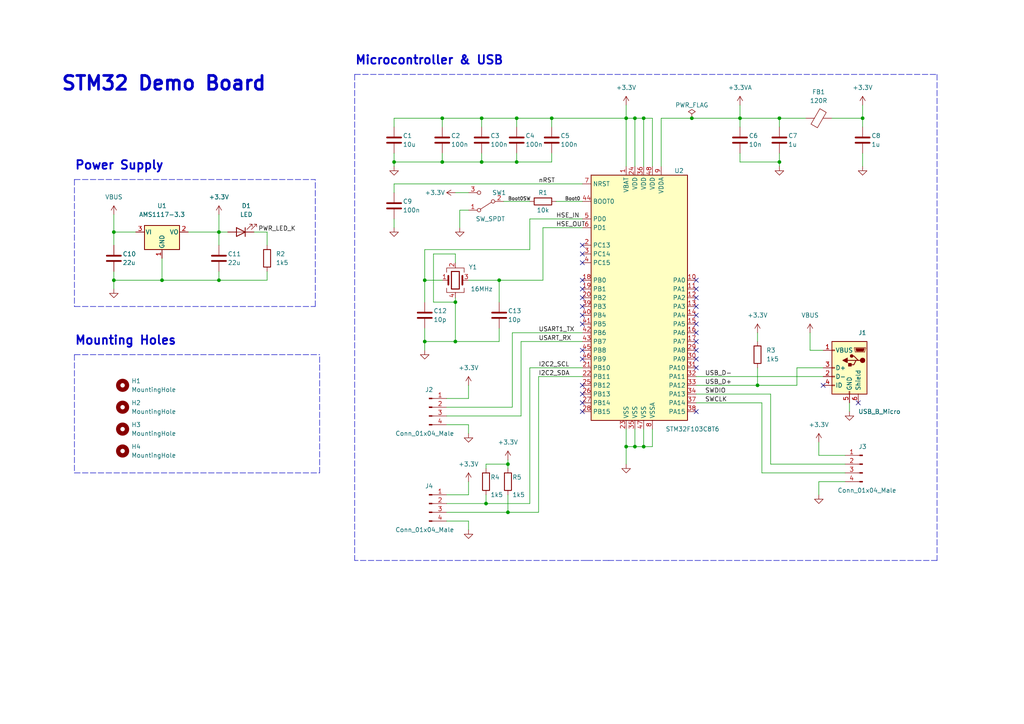
<source format=kicad_sch>
(kicad_sch (version 20211123) (generator eeschema)
  (paper "A4")
  (title_block (title "KiCAD v6 STM32 Tutorial (Phil's Lab)") (date "2022-12-08") (rev "0.1"))
  (lib_symbols
    (symbol "Connector:Conn_01x04_Male" (pin_names (offset 1.016) hide)
      (property "Reference" "J" (at 0 5.08 0))
      (property "Value" "Conn_01x04_Male" (at 0 -7.62 0))
      (symbol "Conn_01x04_Male_1_1"
        (polyline (pts (xy 1.27 -5.08) (xy 0.8636 -5.08)) (stroke (width 0.1524)))
        (polyline (pts (xy 1.27 -2.54) (xy 0.8636 -2.54)) (stroke (width 0.1524)))
        (polyline (pts (xy 1.27 0) (xy 0.8636 0)) (stroke (width 0.1524)))
        (polyline (pts (xy 1.27 2.54) (xy 0.8636 2.54)) (stroke (width 0.1524)))
        (rectangle (start 0.8636 -4.953) (end 0 -5.207) (stroke (width 0.1524)) (fill (type outline)))
        (rectangle (start 0.8636 -2.413) (end 0 -2.667) (stroke (width 0.1524)) (fill (type outline)))
        (rectangle (start 0.8636 0.127) (end 0 -0.127) (stroke (width 0.1524)) (fill (type outline)))
        (rectangle (start 0.8636 2.667) (end 0 2.413) (stroke (width 0.1524)) (fill (type outline)))
        (pin passive line (at 5.08 2.54 180) (length 3.81) (name "Pin_1") (number "1"))
        (pin passive line (at 5.08 0 180) (length 3.81) (name "Pin_2") (number "2"))
        (pin passive line (at 5.08 -2.54 180) (length 3.81) (name "Pin_3") (number "3"))
        (pin passive line (at 5.08 -5.08 180) (length 3.81) (name "Pin_4") (number "4"))
      )
    )
    (symbol "Connector:USB_B_Micro" (pin_names (offset 1.016))
      (property "Reference" "J" (at -5.08 11.43 0))
      (property "Value" "USB_B_Micro" (at -5.08 8.89 0))
      (symbol "USB_B_Micro_0_1"
        (rectangle (start -5.08 -7.62) (end 5.08 7.62) (stroke (width 0.254)) (fill (type background)))
        (circle (center -3.81 2.159) (radius 0.635) (stroke (width 0.254)) (fill (type outline)))
        (circle (center -0.635 3.429) (radius 0.381) (stroke (width 0.254)) (fill (type outline)))
        (rectangle (start -0.127 -7.62) (end 0.127 -6.858))
        (polyline (pts (xy -1.905 2.159) (xy 0.635 2.159)) (stroke (width 0.254)))
        (polyline (pts (xy -3.175 2.159) (xy -2.54 2.159) (xy -1.27 3.429) (xy -0.635 3.429)) (stroke (width 0.254)))
        (polyline (pts (xy -2.54 2.159) (xy -1.905 2.159) (xy -1.27 0.889) (xy 0 0.889)) (stroke (width 0.254)))
        (polyline (pts (xy 0.635 2.794) (xy 0.635 1.524) (xy 1.905 2.159) (xy 0.635 2.794)) (stroke (width 0.254)) (fill (type outline)))
        (polyline (pts (xy -4.318 5.588) (xy -1.778 5.588) (xy -2.032 4.826) (xy -4.064 4.826) (xy -4.318 5.588)) (fill (type outline)))
        (polyline (pts (xy -4.699 5.842) (xy -4.699 5.588) (xy -4.445 4.826) (xy -4.445 4.572) (xy -1.651 4.572) (xy -1.651 4.826) (xy -1.397 5.588) (xy -1.397 5.842) (xy -4.699 5.842)))
        (rectangle (start 0.254 1.27) (end -0.508 0.508) (stroke (width 0.254)) (fill (type outline)))
        (rectangle (start 5.08 -5.207) (end 4.318 -4.953))
        (rectangle (start 5.08 -2.667) (end 4.318 -2.413))
        (rectangle (start 5.08 -0.127) (end 4.318 0.127))
        (rectangle (start 5.08 4.953) (end 4.318 5.207))
      )
      (symbol "USB_B_Micro_1_1"
        (pin power_out line (at 7.62 5.08 180) (length 2.54) (name "VBUS") (number "1"))
        (pin bidirectional line (at 7.62 -2.54 180) (length 2.54) (name "D-") (number "2"))
        (pin bidirectional line (at 7.62 0 180) (length 2.54) (name "D+") (number "3"))
        (pin passive line (at 7.62 -5.08 180) (length 2.54) (name "ID") (number "4"))
        (pin power_out line (at 0 -10.16 90) (length 2.54) (name "GND") (number "5"))
        (pin passive line (at -2.54 -10.16 90) (length 2.54) (name "Shield") (number "6"))
      )
    )
    (symbol "Device:C" (pin_numbers hide) (pin_names (offset 0.254))
      (property "Reference" "C" (at 0.635 2.54 0))
      (property "Value" "C" (at 0.635 -2.54 0))
      (symbol "C_0_1"
        (polyline (pts (xy -2.032 -0.762) (xy 2.032 -0.762)) (stroke (width 0.508)))
        (polyline (pts (xy -2.032 0.762) (xy 2.032 0.762)) (stroke (width 0.508)))
      )
      (symbol "C_1_1"
        (pin passive line (at 0 3.81 270) (length 2.794) (name "~") (number "1"))
        (pin passive line (at 0 -3.81 90) (length 2.794) (name "~") (number "2"))
      )
    )
    (symbol "Device:Crystal_GND24" (pin_names (offset 1.016) hide)
      (property "Reference" "Y" (at 3.175 5.08 0))
      (property "Value" "Crystal_GND24" (at 3.175 3.175 0))
      (symbol "Crystal_GND24_0_1"
        (rectangle (start -1.143 2.54) (end 1.143 -2.54) (stroke (width 0.3048)))
        (polyline (pts (xy -2.54 0) (xy -2.032 0)))
        (polyline (pts (xy -2.032 -1.27) (xy -2.032 1.27)) (stroke (width 0.508)))
        (polyline (pts (xy 0 -3.81) (xy 0 -3.556)))
        (polyline (pts (xy 0 3.556) (xy 0 3.81)))
        (polyline (pts (xy 2.032 -1.27) (xy 2.032 1.27)) (stroke (width 0.508)))
        (polyline (pts (xy 2.032 0) (xy 2.54 0)))
        (polyline (pts (xy -2.54 -2.286) (xy -2.54 -3.556) (xy 2.54 -3.556) (xy 2.54 -2.286)))
        (polyline (pts (xy -2.54 2.286) (xy -2.54 3.556) (xy 2.54 3.556) (xy 2.54 2.286)))
      )
      (symbol "Crystal_GND24_1_1"
        (pin passive line (at -3.81 0 0) (length 1.27) (name "1") (number "1"))
        (pin passive line (at 0 5.08 270) (length 1.27) (name "2") (number "2"))
        (pin passive line (at 3.81 0 180) (length 1.27) (name "3") (number "3"))
        (pin passive line (at 0 -5.08 90) (length 1.27) (name "4") (number "4"))
      )
    )
    (symbol "Device:FerriteBead" (pin_numbers hide) (pin_names (offset 0))
      (property "Reference" "FB" (at -3.81 0.635 90))
      (property "Value" "FerriteBead" (at 3.81 0 90))
      (symbol "FerriteBead_0_1"
        (polyline (pts (xy 0 -1.27) (xy 0 -1.2192)))
        (polyline (pts (xy 0 1.27) (xy 0 1.2954)))
        (polyline (pts (xy -2.7686 0.4064) (xy -1.7018 2.2606) (xy 2.7686 -0.3048) (xy 1.6764 -2.159) (xy -2.7686 0.4064)))
      )
      (symbol "FerriteBead_1_1"
        (pin passive line (at 0 3.81 270) (length 2.54) (name "~") (number "1"))
        (pin passive line (at 0 -3.81 90) (length 2.54) (name "~") (number "2"))
      )
    )
    (symbol "Device:LED" (pin_numbers hide) (pin_names (offset 1.016) hide)
      (property "Reference" "D" (at 0 2.54 0))
      (property "Value" "LED" (at 0 -2.54 0))
      (symbol "LED_0_1"
        (polyline (pts (xy -1.27 -1.27) (xy -1.27 1.27)) (stroke (width 0.254)))
        (polyline (pts (xy -1.27 0) (xy 1.27 0)))
        (polyline (pts (xy 1.27 -1.27) (xy 1.27 1.27) (xy -1.27 0) (xy 1.27 -1.27)) (stroke (width 0.254)))
        (polyline (pts (xy -3.048 -0.762) (xy -4.572 -2.286) (xy -3.81 -2.286) (xy -4.572 -2.286) (xy -4.572 -1.524)))
        (polyline (pts (xy -1.778 -0.762) (xy -3.302 -2.286) (xy -2.54 -2.286) (xy -3.302 -2.286) (xy -3.302 -1.524)))
      )
      (symbol "LED_1_1"
        (pin passive line (at -3.81 0 0) (length 2.54) (name "K") (number "1"))
        (pin passive line (at 3.81 0 180) (length 2.54) (name "A") (number "2"))
      )
    )
    (symbol "Device:R" (pin_numbers hide) (pin_names (offset 0))
      (property "Reference" "R" (at 2.032 0 90))
      (property "Value" "R" (at 0 0 90))
      (symbol "R_0_1"
        (rectangle (start -1.016 -2.54) (end 1.016 2.54) (stroke (width 0.254)))
      )
      (symbol "R_1_1"
        (pin passive line (at 0 3.81 270) (length 1.27) (name "~") (number "1"))
        (pin passive line (at 0 -3.81 90) (length 1.27) (name "~") (number "2"))
      )
    )
    (symbol "MCU_ST_STM32F1:STM32F103C8Tx"
      (property "Reference" "U" (at -15.24 36.83 0))
      (property "Value" "STM32F103C8Tx" (at 7.62 36.83 0))
      (symbol "STM32F103C8Tx_0_1"
        (rectangle (start -15.24 -35.56) (end 12.7 35.56) (stroke (width 0.254)) (fill (type background)))
      )
      (symbol "STM32F103C8Tx_1_1"
        (pin power_in line (at -5.08 38.1 270) (length 2.54) (name "VBAT") (number "1"))
        (pin bidirectional line (at 15.24 5.08 180) (length 2.54) (name "PA0") (number "10"))
        (pin bidirectional line (at 15.24 2.54 180) (length 2.54) (name "PA1") (number "11"))
        (pin bidirectional line (at 15.24 0 180) (length 2.54) (name "PA2") (number "12"))
        (pin bidirectional line (at 15.24 -2.54 180) (length 2.54) (name "PA3") (number "13"))
        (pin bidirectional line (at 15.24 -5.08 180) (length 2.54) (name "PA4") (number "14"))
        (pin bidirectional line (at 15.24 -7.62 180) (length 2.54) (name "PA5") (number "15"))
        (pin bidirectional line (at 15.24 -10.16 180) (length 2.54) (name "PA6") (number "16"))
        (pin bidirectional line (at 15.24 -12.7 180) (length 2.54) (name "PA7") (number "17"))
        (pin bidirectional line (at -17.78 5.08 0) (length 2.54) (name "PB0") (number "18"))
        (pin bidirectional line (at -17.78 2.54 0) (length 2.54) (name "PB1") (number "19"))
        (pin bidirectional line (at -17.78 15.24 0) (length 2.54) (name "PC13") (number "2"))
        (pin bidirectional line (at -17.78 0 0) (length 2.54) (name "PB2") (number "20"))
        (pin bidirectional line (at -17.78 -20.32 0) (length 2.54) (name "PB10") (number "21"))
        (pin bidirectional line (at -17.78 -22.86 0) (length 2.54) (name "PB11") (number "22"))
        (pin power_in line (at -5.08 -38.1 90) (length 2.54) (name "VSS") (number "23"))
        (pin power_in line (at -2.54 38.1 270) (length 2.54) (name "VDD") (number "24"))
        (pin bidirectional line (at -17.78 -25.4 0) (length 2.54) (name "PB12") (number "25"))
        (pin bidirectional line (at -17.78 -27.94 0) (length 2.54) (name "PB13") (number "26"))
        (pin bidirectional line (at -17.78 -30.48 0) (length 2.54) (name "PB14") (number "27"))
        (pin bidirectional line (at -17.78 -33.02 0) (length 2.54) (name "PB15") (number "28"))
        (pin bidirectional line (at 15.24 -15.24 180) (length 2.54) (name "PA8") (number "29"))
        (pin bidirectional line (at -17.78 12.7 0) (length 2.54) (name "PC14") (number "3"))
        (pin bidirectional line (at 15.24 -17.78 180) (length 2.54) (name "PA9") (number "30"))
        (pin bidirectional line (at 15.24 -20.32 180) (length 2.54) (name "PA10") (number "31"))
        (pin bidirectional line (at 15.24 -22.86 180) (length 2.54) (name "PA11") (number "32"))
        (pin bidirectional line (at 15.24 -25.4 180) (length 2.54) (name "PA12") (number "33"))
        (pin bidirectional line (at 15.24 -27.94 180) (length 2.54) (name "PA13") (number "34"))
        (pin power_in line (at -2.54 -38.1 90) (length 2.54) (name "VSS") (number "35"))
        (pin power_in line (at 0 38.1 270) (length 2.54) (name "VDD") (number "36"))
        (pin bidirectional line (at 15.24 -30.48 180) (length 2.54) (name "PA14") (number "37"))
        (pin bidirectional line (at 15.24 -33.02 180) (length 2.54) (name "PA15") (number "38"))
        (pin bidirectional line (at -17.78 -2.54 0) (length 2.54) (name "PB3") (number "39"))
        (pin bidirectional line (at -17.78 10.16 0) (length 2.54) (name "PC15") (number "4"))
        (pin bidirectional line (at -17.78 -5.08 0) (length 2.54) (name "PB4") (number "40"))
        (pin bidirectional line (at -17.78 -7.62 0) (length 2.54) (name "PB5") (number "41"))
        (pin bidirectional line (at -17.78 -10.16 0) (length 2.54) (name "PB6") (number "42"))
        (pin bidirectional line (at -17.78 -12.7 0) (length 2.54) (name "PB7") (number "43"))
        (pin input line (at -17.78 27.94 0) (length 2.54) (name "BOOT0") (number "44"))
        (pin bidirectional line (at -17.78 -15.24 0) (length 2.54) (name "PB8") (number "45"))
        (pin bidirectional line (at -17.78 -17.78 0) (length 2.54) (name "PB9") (number "46"))
        (pin power_in line (at 0 -38.1 90) (length 2.54) (name "VSS") (number "47"))
        (pin power_in line (at 2.54 38.1 270) (length 2.54) (name "VDD") (number "48"))
        (pin input line (at -17.78 22.86 0) (length 2.54) (name "PD0") (number "5"))
        (pin input line (at -17.78 20.32 0) (length 2.54) (name "PD1") (number "6"))
        (pin input line (at -17.78 33.02 0) (length 2.54) (name "NRST") (number "7"))
        (pin power_in line (at 2.54 -38.1 90) (length 2.54) (name "VSSA") (number "8"))
        (pin power_in line (at 5.08 38.1 270) (length 2.54) (name "VDDA") (number "9"))
      )
    )
    (symbol "Mechanical:MountingHole" (pin_names (offset 1.016))
      (property "Reference" "H" (at 0 5.08 0))
      (property "Value" "MountingHole" (at 0 3.175 0))
      (symbol "MountingHole_0_1"
        (circle (center 0 0) (radius 1.27) (stroke (width 1.27)))
      )
    )
    (symbol "Regulator_Linear:AMS1117-3.3" (pin_names (offset 0.254))
      (property "Reference" "U" (at -3.81 3.175 0))
      (property "Value" "AMS1117-3.3" (at 0 3.175 0))
      (symbol "AMS1117-3.3_0_1"
        (rectangle (start -5.08 -5.08) (end 5.08 1.905) (stroke (width 0.254)) (fill (type background)))
      )
      (symbol "AMS1117-3.3_1_1"
        (pin power_in line (at 0 -7.62 90) (length 2.54) (name "GND") (number "1"))
        (pin power_out line (at 7.62 0 180) (length 2.54) (name "VO") (number "2"))
        (pin power_in line (at -7.62 0 0) (length 2.54) (name "VI") (number "3"))
      )
    )
    (symbol "Switch:SW_SPDT" (pin_names (offset 0) hide)
      (property "Reference" "SW" (at 0 4.318 0))
      (property "Value" "SW_SPDT" (at 0 -5.08 0))
      (symbol "SW_SPDT_0_0"
        (circle (center -2.032 0) (radius 0.508))
        (circle (center 2.032 -2.54) (radius 0.508))
      )
      (symbol "SW_SPDT_0_1"
        (polyline (pts (xy -1.524 0.254) (xy 1.651 2.286)))
        (circle (center 2.032 2.54) (radius 0.508))
      )
      (symbol "SW_SPDT_1_1"
        (pin passive line (at 5.08 2.54 180) (length 2.54) (name "A") (number "1"))
        (pin passive line (at -5.08 0 0) (length 2.54) (name "B") (number "2"))
        (pin passive line (at 5.08 -2.54 180) (length 2.54) (name "C") (number "3"))
      )
    )
    (symbol "power:+3.3V" (power) (pin_names (offset 0))
      (property "Value" "+3.3V" (at 0 3.556 0))
      (symbol "+3.3V_0_1"
        (polyline (pts (xy -0.762 1.27) (xy 0 2.54)))
        (polyline (pts (xy 0 0) (xy 0 2.54)))
        (polyline (pts (xy 0 2.54) (xy 0.762 1.27)))
      )
      (symbol "+3.3V_1_1"
        (pin power_in line (at 0 0 90) (length 0) hide (name "+3.3V") (number "1"))
      )
    )
    (symbol "power:+3.3VA" (power) (pin_names (offset 0))
      (property "Value" "+3.3VA" (at 0 3.556 0))
      (symbol "+3.3VA_0_1"
        (polyline (pts (xy -0.762 1.27) (xy 0 2.54)))
        (polyline (pts (xy 0 0) (xy 0 2.54)))
        (polyline (pts (xy 0 2.54) (xy 0.762 1.27)))
      )
      (symbol "+3.3VA_1_1"
        (pin power_in line (at 0 0 90) (length 0) hide (name "+3.3VA") (number "1"))
      )
    )
    (symbol "power:GND" (power) (pin_names (offset 0) hide)
      (property "Value" "GND" (at 0 -3.81 0))
      (symbol "GND_0_1"
        (polyline (pts (xy 0 0) (xy 0 -1.27) (xy 1.27 -1.27) (xy 0 -2.54) (xy -1.27 -1.27) (xy 0 -1.27)))
      )
      (symbol "GND_1_1"
        (pin power_in line (at 0 0 270) (length 0) hide (name "GND") (number "1"))
      )
    )
    (symbol "power:PWR_FLAG" (power) (pin_numbers hide) (pin_names (offset 0) hide)
      (property "Value" "PWR_FLAG" (at 0 3.81 0))
      (symbol "PWR_FLAG_0_0"
        (pin power_out line (at 0 0 90) (length 0) (name "pwr") (number "1"))
      )
      (symbol "PWR_FLAG_0_1"
        (polyline (pts (xy 0 0) (xy 0 1.27) (xy -1.016 1.905) (xy 0 2.54) (xy 1.016 1.905) (xy 0 1.27)))
      )
    )
    (symbol "power:VBUS" (power) (pin_names (offset 0))
      (property "Value" "VBUS" (at 0 3.81 0))
      (symbol "VBUS_0_1"
        (polyline (pts (xy -0.762 1.27) (xy 0 2.54)))
        (polyline (pts (xy 0 0) (xy 0 2.54)))
        (polyline (pts (xy 0 2.54) (xy 0.762 1.27)))
      )
      (symbol "VBUS_1_1"
        (pin power_in line (at 0 0 90) (length 0) hide (name "VBUS") (number "1"))
      )
    )
  )
  (junction (at 214.63 34.29))
  (junction (at 132.08 87.63))
  (junction (at 123.19 81.28))
  (junction (at 181.61 129.54))
  (junction (at 160.02 34.29))
  (junction (at 184.15 34.29))
  (junction (at 140.97 146.05))
  (junction (at 46.99 81.28))
  (junction (at 139.7 46.99))
  (junction (at 139.7 34.29))
  (junction (at 128.27 46.99))
  (junction (at 63.5 81.28))
  (junction (at 186.69 34.29))
  (junction (at 63.5 67.31))
  (junction (at 226.06 46.99))
  (junction (at 33.02 81.28))
  (junction (at 114.3 46.99))
  (junction (at 181.61 34.29))
  (junction (at 186.69 129.54))
  (junction (at 147.32 134.62))
  (junction (at 128.27 34.29))
  (junction (at 226.06 34.29))
  (junction (at 144.78 81.28))
  (junction (at 250.19 34.29))
  (junction (at 147.32 148.59))
  (junction (at 33.02 67.31))
  (junction (at 132.08 99.06))
  (junction (at 219.71 111.76))
  (junction (at 149.86 34.29))
  (junction (at 123.19 99.06))
  (junction (at 200.66 34.29))
  (junction (at 184.15 129.54))
  (junction (at 149.86 46.99))
  (no_connect (at 201.93 93.98))
  (no_connect (at 168.91 86.36))
  (no_connect (at 168.91 119.38))
  (no_connect (at 201.93 91.44))
  (no_connect (at 168.91 111.76))
  (no_connect (at 201.93 106.68))
  (no_connect (at 168.91 88.9))
  (no_connect (at 201.93 101.6))
  (no_connect (at 168.91 116.84))
  (no_connect (at 168.91 73.66))
  (no_connect (at 168.91 83.82))
  (no_connect (at 168.91 81.28))
  (no_connect (at 201.93 83.82))
  (no_connect (at 168.91 76.2))
  (no_connect (at 168.91 104.14))
  (no_connect (at 201.93 96.52))
  (no_connect (at 201.93 104.14))
  (no_connect (at 238.76 111.76))
  (no_connect (at 168.91 91.44))
  (no_connect (at 201.93 88.9))
  (no_connect (at 201.93 81.28))
  (no_connect (at 201.93 119.38))
  (no_connect (at 168.91 114.3))
  (no_connect (at 201.93 86.36))
  (no_connect (at 168.91 93.98))
  (no_connect (at 201.93 99.06))
  (no_connect (at 168.91 71.12))
  (no_connect (at 168.91 101.6))
  (no_connect (at 248.92 116.84))
  (wire (pts (xy 149.86 34.29) (xy 139.7 34.29)))
  (wire (pts (xy 132.08 87.63) (xy 132.08 99.06)))
  (wire (pts (xy 54.61 67.31) (xy 63.5 67.31)))
  (polyline (pts (xy 170.18 162.56) (xy 102.87 162.56)))
  (wire (pts (xy 129.54 146.05) (xy 140.97 146.05)))
  (wire (pts (xy 144.78 81.28) (xy 144.78 87.63)))
  (polyline (pts (xy 176.53 162.56) (xy 170.18 162.56)))
  (wire (pts (xy 149.86 46.99) (xy 149.86 44.45)))
  (wire (pts (xy 33.02 62.23) (xy 33.02 67.31)))
  (wire (pts (xy 157.48 81.28) (xy 157.48 66.04)))
  (wire (pts (xy 139.7 34.29) (xy 139.7 36.83)))
  (wire (pts (xy 238.76 106.68) (xy 231.14 106.68)))
  (wire (pts (xy 144.78 81.28) (xy 157.48 81.28)))
  (wire (pts (xy 201.93 114.3) (xy 223.52 114.3)))
  (wire (pts (xy 181.61 34.29) (xy 184.15 34.29)))
  (wire (pts (xy 181.61 129.54) (xy 181.61 134.62)))
  (wire (pts (xy 168.91 53.34) (xy 114.3 53.34)))
  (wire (pts (xy 129.54 118.11) (xy 148.59 118.11)))
  (wire (pts (xy 160.02 34.29) (xy 149.86 34.29)))
  (wire (pts (xy 250.19 36.83) (xy 250.19 34.29)))
  (wire (pts (xy 250.19 44.45) (xy 250.19 48.26)))
  (wire (pts (xy 125.73 73.66) (xy 125.73 87.63)))
  (wire (pts (xy 148.59 96.52) (xy 168.91 96.52)))
  (wire (pts (xy 160.02 46.99) (xy 160.02 44.45)))
  (wire (pts (xy 181.61 34.29) (xy 160.02 34.29)))
  (wire (pts (xy 189.23 34.29) (xy 189.23 48.26)))
  (wire (pts (xy 128.27 44.45) (xy 128.27 46.99)))
  (wire (pts (xy 245.11 132.08) (xy 237.49 132.08)))
  (wire (pts (xy 245.11 137.16) (xy 220.98 137.16)))
  (wire (pts (xy 63.5 81.28) (xy 77.47 81.28)))
  (wire (pts (xy 151.13 99.06) (xy 151.13 120.65)))
  (wire (pts (xy 201.93 116.84) (xy 220.98 116.84)))
  (wire (pts (xy 132.08 73.66) (xy 125.73 73.66)))
  (wire (pts (xy 161.29 58.42) (xy 168.91 58.42)))
  (wire (pts (xy 226.06 34.29) (xy 226.06 36.83)))
  (wire (pts (xy 46.99 74.93) (xy 46.99 81.28)))
  (wire (pts (xy 151.13 120.65) (xy 129.54 120.65)))
  (wire (pts (xy 123.19 99.06) (xy 123.19 101.6)))
  (wire (pts (xy 186.69 129.54) (xy 186.69 124.46)))
  (wire (pts (xy 186.69 34.29) (xy 189.23 34.29)))
  (wire (pts (xy 128.27 34.29) (xy 128.27 36.83)))
  (wire (pts (xy 201.93 109.22) (xy 238.76 109.22)))
  (wire (pts (xy 123.19 72.39) (xy 153.67 72.39)))
  (wire (pts (xy 153.67 72.39) (xy 153.67 63.5)))
  (wire (pts (xy 214.63 34.29) (xy 200.66 34.29)))
  (wire (pts (xy 33.02 67.31) (xy 39.37 67.31)))
  (wire (pts (xy 147.32 148.59) (xy 156.21 148.59)))
  (wire (pts (xy 132.08 86.36) (xy 132.08 87.63)))
  (wire (pts (xy 144.78 95.25) (xy 144.78 99.06)))
  (wire (pts (xy 148.59 118.11) (xy 148.59 96.52)))
  (wire (pts (xy 149.86 46.99) (xy 160.02 46.99)))
  (wire (pts (xy 234.95 101.6) (xy 238.76 101.6)))
  (wire (pts (xy 219.71 96.52) (xy 219.71 99.06)))
  (wire (pts (xy 129.54 151.13) (xy 135.89 151.13)))
  (wire (pts (xy 139.7 34.29) (xy 128.27 34.29)))
  (wire (pts (xy 245.11 139.7) (xy 237.49 139.7)))
  (wire (pts (xy 63.5 67.31) (xy 63.5 71.12)))
  (polyline (pts (xy 102.87 21.59) (xy 102.87 162.56)))
  (wire (pts (xy 63.5 62.23) (xy 63.5 67.31)))
  (wire (pts (xy 184.15 34.29) (xy 186.69 34.29)))
  (wire (pts (xy 157.48 66.04) (xy 168.91 66.04)))
  (wire (pts (xy 128.27 34.29) (xy 114.3 34.29)))
  (wire (pts (xy 133.35 60.96) (xy 135.89 60.96)))
  (wire (pts (xy 151.13 99.06) (xy 168.91 99.06)))
  (wire (pts (xy 246.38 116.84) (xy 246.38 119.38)))
  (wire (pts (xy 214.63 34.29) (xy 214.63 36.83)))
  (wire (pts (xy 231.14 106.68) (xy 231.14 111.76)))
  (polyline (pts (xy 91.44 88.9) (xy 91.44 52.07)))
  (polyline (pts (xy 271.78 21.59) (xy 271.78 162.56)))
  (wire (pts (xy 135.89 115.57) (xy 135.89 111.76)))
  (wire (pts (xy 147.32 143.51) (xy 147.32 148.59)))
  (wire (pts (xy 153.67 106.68) (xy 168.91 106.68)))
  (wire (pts (xy 234.95 96.52) (xy 234.95 101.6)))
  (polyline (pts (xy 21.59 52.07) (xy 91.44 52.07)))
  (wire (pts (xy 186.69 129.54) (xy 189.23 129.54)))
  (wire (pts (xy 201.93 111.76) (xy 219.71 111.76)))
  (wire (pts (xy 132.08 99.06) (xy 144.78 99.06)))
  (wire (pts (xy 153.67 146.05) (xy 153.67 106.68)))
  (wire (pts (xy 223.52 134.62) (xy 245.11 134.62)))
  (wire (pts (xy 135.89 123.19) (xy 135.89 125.73)))
  (polyline (pts (xy 21.59 102.87) (xy 21.59 137.16)))
  (wire (pts (xy 214.63 46.99) (xy 226.06 46.99)))
  (wire (pts (xy 237.49 139.7) (xy 237.49 143.51)))
  (wire (pts (xy 77.47 78.74) (xy 77.47 81.28)))
  (wire (pts (xy 214.63 30.48) (xy 214.63 34.29)))
  (wire (pts (xy 132.08 55.88) (xy 135.89 55.88)))
  (wire (pts (xy 147.32 134.62) (xy 147.32 133.35)))
  (wire (pts (xy 184.15 34.29) (xy 184.15 48.26)))
  (polyline (pts (xy 271.78 162.56) (xy 176.53 162.56)))
  (wire (pts (xy 114.3 46.99) (xy 128.27 46.99)))
  (wire (pts (xy 147.32 134.62) (xy 147.32 135.89)))
  (wire (pts (xy 129.54 123.19) (xy 135.89 123.19)))
  (wire (pts (xy 146.05 58.42) (xy 153.67 58.42)))
  (wire (pts (xy 46.99 81.28) (xy 63.5 81.28)))
  (wire (pts (xy 129.54 148.59) (xy 147.32 148.59)))
  (wire (pts (xy 160.02 34.29) (xy 160.02 36.83)))
  (wire (pts (xy 33.02 81.28) (xy 33.02 83.82)))
  (wire (pts (xy 114.3 53.34) (xy 114.3 55.88)))
  (wire (pts (xy 135.89 143.51) (xy 135.89 139.7)))
  (wire (pts (xy 226.06 34.29) (xy 214.63 34.29)))
  (wire (pts (xy 132.08 76.2) (xy 132.08 73.66)))
  (wire (pts (xy 186.69 34.29) (xy 186.69 48.26)))
  (wire (pts (xy 156.21 109.22) (xy 156.21 148.59)))
  (wire (pts (xy 219.71 111.76) (xy 231.14 111.76)))
  (wire (pts (xy 123.19 95.25) (xy 123.19 99.06)))
  (wire (pts (xy 200.66 34.29) (xy 191.77 34.29)))
  (wire (pts (xy 114.3 46.99) (xy 114.3 48.26)))
  (wire (pts (xy 128.27 46.99) (xy 139.7 46.99)))
  (wire (pts (xy 181.61 129.54) (xy 184.15 129.54)))
  (wire (pts (xy 149.86 34.29) (xy 149.86 36.83)))
  (wire (pts (xy 156.21 109.22) (xy 168.91 109.22)))
  (wire (pts (xy 191.77 34.29) (xy 191.77 48.26)))
  (wire (pts (xy 220.98 137.16) (xy 220.98 116.84)))
  (wire (pts (xy 250.19 30.48) (xy 250.19 34.29)))
  (wire (pts (xy 73.66 67.31) (xy 77.47 67.31)))
  (wire (pts (xy 140.97 146.05) (xy 153.67 146.05)))
  (wire (pts (xy 33.02 67.31) (xy 33.02 71.12)))
  (wire (pts (xy 125.73 87.63) (xy 132.08 87.63)))
  (wire (pts (xy 129.54 115.57) (xy 135.89 115.57)))
  (wire (pts (xy 184.15 124.46) (xy 184.15 129.54)))
  (wire (pts (xy 250.19 34.29) (xy 241.3 34.29)))
  (polyline (pts (xy 21.59 88.9) (xy 91.44 88.9)))
  (polyline (pts (xy 92.71 137.16) (xy 92.71 102.87)))
  (wire (pts (xy 237.49 132.08) (xy 237.49 128.27)))
  (wire (pts (xy 189.23 129.54) (xy 189.23 124.46)))
  (wire (pts (xy 33.02 81.28) (xy 33.02 78.74)))
  (wire (pts (xy 226.06 44.45) (xy 226.06 46.99)))
  (wire (pts (xy 181.61 34.29) (xy 181.61 48.26)))
  (wire (pts (xy 181.61 124.46) (xy 181.61 129.54)))
  (polyline (pts (xy 21.59 102.87) (xy 92.71 102.87)))
  (wire (pts (xy 114.3 63.5) (xy 114.3 66.04)))
  (wire (pts (xy 46.99 81.28) (xy 33.02 81.28)))
  (wire (pts (xy 135.89 151.13) (xy 135.89 153.67)))
  (wire (pts (xy 129.54 143.51) (xy 135.89 143.51)))
  (wire (pts (xy 123.19 81.28) (xy 123.19 72.39)))
  (wire (pts (xy 226.06 46.99) (xy 226.06 48.26)))
  (wire (pts (xy 63.5 78.74) (xy 63.5 81.28)))
  (wire (pts (xy 184.15 129.54) (xy 186.69 129.54)))
  (wire (pts (xy 219.71 106.68) (xy 219.71 111.76)))
  (polyline (pts (xy 21.59 137.16) (xy 92.71 137.16)))
  (polyline (pts (xy 21.59 52.07) (xy 21.59 88.9)))
  (wire (pts (xy 63.5 67.31) (xy 66.04 67.31)))
  (wire (pts (xy 114.3 34.29) (xy 114.3 36.83)))
  (wire (pts (xy 114.3 44.45) (xy 114.3 46.99)))
  (wire (pts (xy 233.68 34.29) (xy 226.06 34.29)))
  (wire (pts (xy 139.7 46.99) (xy 149.86 46.99)))
  (wire (pts (xy 153.67 63.5) (xy 168.91 63.5)))
  (wire (pts (xy 140.97 146.05) (xy 140.97 143.51)))
  (wire (pts (xy 133.35 66.04) (xy 133.35 60.96)))
  (wire (pts (xy 128.27 81.28) (xy 123.19 81.28)))
  (polyline (pts (xy 102.87 21.59) (xy 271.78 21.59)))
  (wire (pts (xy 123.19 99.06) (xy 132.08 99.06)))
  (wire (pts (xy 181.61 30.48) (xy 181.61 34.29)))
  (wire (pts (xy 139.7 46.99) (xy 139.7 44.45)))
  (wire (pts (xy 140.97 135.89) (xy 140.97 134.62)))
  (wire (pts (xy 140.97 134.62) (xy 147.32 134.62)))
  (wire (pts (xy 223.52 114.3) (xy 223.52 134.62)))
  (wire (pts (xy 123.19 81.28) (xy 123.19 87.63)))
  (wire (pts (xy 135.89 81.28) (xy 144.78 81.28)))
  (wire (pts (xy 77.47 67.31) (xy 77.47 71.12)))
  (wire (pts (xy 214.63 44.45) (xy 214.63 46.99)))
  (text "STM32 Demo Board" (at 77.47 26.67 180) (effects (font (size 4 4) bold) (justify right bottom)))
  (text "Power Supply" (at 21.59 49.53 0) (effects (font (size 2.5 2.5) (thickness 0.5) bold) (justify left bottom)))
  (text "Mounting Holes" (at 21.59 100.33 0) (effects (font (size 2.5 2.5) (thickness 0.5) bold) (justify left bottom)))
  (text "Microcontroller & USB" (at 102.87 19.05 0) (effects (font (size 2.5 2.5) (thickness 0.5) bold) (justify left bottom)))
  (label "SWDIO" (at 204.47 114.3 0))
  (label "I2C2_SCL" (at 156.21 106.68 0))
  (label "SWCLK" (at 204.47 116.84 0))
  (label "Boot0" (at 163.83 58.42 0) (effects (font (size 1 1))))
  (label "USB_D-" (at 204.47 109.22 0))
  (label "Boot0SW" (at 147.32 58.42 0) (effects (font (size 1 1))))
  (label "HSE_OUT" (at 161.29 66.04 0))
  (label "USB_D+" (at 204.47 111.76 0))
  (label "PWR_LED_K" (at 74.93 67.31 0))
  (label "nRST" (at 156.21 53.34 0))
  (label "HSE_IN" (at 161.29 63.5 0))
  (label "USART1_TX" (at 156.21 96.52 0))
  (label "I2C2_SDA" (at 156.21 109.22 0))
  (label "USART_RX" (at 156.21 99.06 0))
  (symbol (lib_id "power:+3.3V") (at 250.19 30.48 0) (unit 1)
    (property "Reference" "#PWR03" (effects hide))
    (property "Value" "+3.3V" (at 250.19 25.4 0))
  )
  (symbol (lib_id "MCU_ST_STM32F1:STM32F103C8Tx") (at 186.69 86.36 0) (unit 1)
    (property "Reference" "U2" (at 195.58 49.53 0) (effects (justify left)))
    (property "Value" "STM32F103C8T6" (at 193.04 124.46 0) (effects (justify left)))
    (property "Footprint" "Package_QFP:LQFP-48_7x7mm_P0.5mm" (effects hide))
    (property "Datasheet" "http://www.st.com/st-web-ui/static/active/en/resource/technical/document/datasheet/CD00161566.pdf" (effects hide))
  )
  (symbol (lib_id "power:GND") (at 114.3 66.04 0) (unit 1)
    (property "Reference" "#PWR010" (effects hide))
    (property "Value" "GND" (effects hide))
  )
  (symbol (lib_id "power:GND") (at 114.3 48.26 0) (unit 1)
    (property "Reference" "#PWR04" (effects hide))
    (property "Value" "GND" (effects hide))
  )
  (symbol (lib_id "power:+3.3V") (at 147.32 133.35 0) (unit 1)
    (property "Reference" "#PWR024" (effects hide))
    (property "Value" "+3.3V" (at 147.32 128.27 0))
  )
  (symbol (lib_id "Device:R") (at 140.97 139.7 0) (unit 1)
    (property "Reference" "R4" (at 142.24 138.43 0) (effects (justify left)))
    (property "Value" "1k5" (at 142.24 143.51 0) (effects (justify left)))
    (property "Footprint" "Resistor_SMD:R_0402_1005Metric" (effects hide))
  )
  (symbol (lib_id "Device:R") (at 147.32 139.7 0) (unit 1)
    (property "Reference" "R5" (at 148.59 138.43 0) (effects (justify left)))
    (property "Value" "1k5" (at 148.59 143.51 0) (effects (justify left)))
    (property "Footprint" "Resistor_SMD:R_0402_1005Metric" (effects hide))
  )
  (symbol (lib_id "power:GND") (at 237.49 143.51 0) (unit 1)
    (property "Reference" "#PWR022" (effects hide))
    (property "Value" "GND" (effects hide))
  )
  (symbol (lib_id "power:GND") (at 250.19 48.26 0) (unit 1)
    (property "Reference" "#PWR06" (effects hide))
    (property "Value" "GND" (effects hide))
  )
  (symbol (lib_id "Device:C") (at 160.02 40.64 0) (unit 1)
    (property "Reference" "C5" (at 162.56 39.37 0) (effects (justify left)))
    (property "Value" "100n" (at 162.56 41.91 0) (effects (justify left)))
    (property "Footprint" "Capacitor_SMD:C_0402_1005Metric" (effects hide))
  )
  (symbol (lib_id "Mechanical:MountingHole") (at 35.56 111.76 0) (unit 1)
    (property "Reference" "H1" (at 38.1 110.4899 0) (effects (justify left)))
    (property "Value" "MountingHole" (at 38.1 113.0299 0) (effects (justify left)))
    (property "Footprint" "MountingHole:MountingHole_2.2mm_M2" (effects hide))
  )
  (symbol (lib_id "Regulator_Linear:AMS1117-3.3") (at 46.99 67.31 0) (unit 1)
    (property "Reference" "U1" (at 46.99 59.69 0))
    (property "Value" "AMS1117-3.3" (at 46.99 62.23 0))
    (property "Footprint" "Package_TO_SOT_SMD:SOT-223-3_TabPin2" (effects hide))
    (property "Datasheet" "http://www.advanced-monolithic.com/pdf/ds1117.pdf" (effects hide))
  )
  (symbol (lib_id "Device:FerriteBead") (at 237.49 34.29 90) (unit 1)
    (property "Reference" "FB1" (at 237.4392 26.67 90))
    (property "Value" "120R" (at 237.4392 29.21 90))
    (property "Footprint" "Inductor_SMD:L_0603_1608Metric" (effects hide))
  )
  (symbol (lib_id "Mechanical:MountingHole") (at 35.56 130.81 0) (unit 1)
    (property "Reference" "H4" (at 38.1 129.5399 0) (effects (justify left)))
    (property "Value" "MountingHole" (at 38.1 132.0799 0) (effects (justify left)))
    (property "Footprint" "MountingHole:MountingHole_2.2mm_M2" (effects hide))
  )
  (symbol (lib_id "Connector:Conn_01x04_Male") (at 250.19 134.62 0) (mirror y) (unit 1)
    (property "Reference" "J3" (at 250.19 129.54 0))
    (property "Value" "Conn_01x04_Male" (at 251.46 142.24 0))
    (property "Footprint" "Connector_PinHeader_2.54mm:PinHeader_1x04_P2.54mm_Vertical" (effects hide))
  )
  (symbol (lib_id "Connector:Conn_01x04_Male") (at 124.46 118.11 0) (unit 1)
    (property "Reference" "J2" (at 124.46 113.03 0))
    (property "Value" "Conn_01x04_Male" (at 123.19 125.73 0))
    (property "Footprint" "Connector_PinHeader_2.54mm:PinHeader_1x04_P2.54mm_Vertical" (effects hide))
  )
  (symbol (lib_id "Connector:USB_B_Micro") (at 246.38 106.68 0) (mirror y) (unit 1)
    (property "Reference" "J1" (at 248.92 96.52 0) (effects (justify right)))
    (property "Value" "USB_B_Micro" (at 248.92 119.38 0) (effects (justify right)))
    (property "Footprint" "Connector_USB:USB_Micro-B_Wuerth_629105150521" (effects hide))
  )
  (symbol (lib_id "power:+3.3V") (at 135.89 111.76 0) (unit 1)
    (property "Reference" "#PWR016" (effects hide))
    (property "Value" "+3.3V" (at 135.89 106.68 0))
  )
  (symbol (lib_id "Device:C") (at 114.3 59.69 0) (unit 1)
    (property "Reference" "C9" (at 116.84 58.42 0) (effects (justify left)))
    (property "Value" "100n" (at 116.84 60.96 0) (effects (justify left)))
    (property "Footprint" "Capacitor_SMD:C_0402_1005Metric" (effects hide))
  )
  (symbol (lib_id "Device:C") (at 63.5 74.93 0) (unit 1)
    (property "Reference" "C11" (at 66.04 73.66 0) (effects (justify left)))
    (property "Value" "22u" (at 66.04 76.2 0) (effects (justify left)))
    (property "Footprint" "Capacitor_SMD:C_0805_2012Metric" (effects hide))
  )
  (symbol (lib_id "Switch:SW_SPDT") (at 140.97 58.42 180) (unit 1)
    (property "Reference" "SW1" (at 144.78 55.88 0))
    (property "Value" "SW_SPDT" (at 142.24 63.5 0))
    (property "Footprint" "Button_Switch_SMD:SW_SPDT_PCM12" (effects hide))
  )
  (symbol (lib_id "power:+3.3V") (at 132.08 55.88 90) (unit 1)
    (property "Reference" "#PWR07" (effects hide))
    (property "Value" "+3.3V" (at 123.19 55.88 90) (effects (justify right)))
  )
  (symbol (lib_id "Device:C") (at 214.63 40.64 0) (unit 1)
    (property "Reference" "C6" (at 217.17 39.37 0) (effects (justify left)))
    (property "Value" "10n" (at 217.17 41.91 0) (effects (justify left)))
    (property "Footprint" "Capacitor_SMD:C_0402_1005Metric" (effects hide))
  )
  (symbol (lib_id "power:GND") (at 226.06 48.26 0) (unit 1)
    (property "Reference" "#PWR05" (effects hide))
    (property "Value" "GND" (effects hide))
  )
  (symbol (lib_id "power:+3.3V") (at 135.89 139.7 0) (unit 1)
    (property "Reference" "#PWR021" (effects hide))
    (property "Value" "+3.3V" (at 135.89 134.62 0))
  )
  (symbol (lib_id "power:GND") (at 135.89 153.67 0) (unit 1)
    (property "Reference" "#PWR023" (effects hide))
    (property "Value" "GND" (effects hide))
  )
  (symbol (lib_id "Device:C") (at 33.02 74.93 0) (unit 1)
    (property "Reference" "C10" (at 35.56 73.66 0) (effects (justify left)))
    (property "Value" "22u" (at 35.56 76.2 0) (effects (justify left)))
    (property "Footprint" "Capacitor_SMD:C_0805_2012Metric" (effects hide))
  )
  (symbol (lib_id "power:GND") (at 246.38 119.38 0) (unit 1)
    (property "Reference" "#PWR017" (effects hide))
    (property "Value" "GND" (effects hide))
  )
  (symbol (lib_id "Mechanical:MountingHole") (at 35.56 118.11 0) (unit 1)
    (property "Reference" "H2" (at 38.1 116.8399 0) (effects (justify left)))
    (property "Value" "MountingHole" (at 38.1 119.3799 0) (effects (justify left)))
    (property "Footprint" "MountingHole:MountingHole_2.2mm_M2" (effects hide))
  )
  (symbol (lib_id "Device:C") (at 128.27 40.64 0) (unit 1)
    (property "Reference" "C2" (at 130.81 39.37 0) (effects (justify left)))
    (property "Value" "100n" (at 130.81 41.91 0) (effects (justify left)))
    (property "Footprint" "Capacitor_SMD:C_0402_1005Metric" (effects hide))
  )
  (symbol (lib_id "Device:R") (at 77.47 74.93 0) (unit 1)
    (property "Reference" "R2" (at 80.01 73.6599 0) (effects (justify left)))
    (property "Value" "1k5" (at 80.01 76.1999 0) (effects (justify left)))
    (property "Footprint" "Resistor_SMD:R_0402_1005Metric" (effects hide))
  )
  (symbol (lib_id "Device:Crystal_GND24") (at 132.08 81.28 0) (unit 1)
    (property "Reference" "Y1" (at 137.16 77.47 0))
    (property "Value" "16MHz" (at 139.7 83.82 0))
    (property "Footprint" "Crystal:Crystal_SMD_3225-4Pin_3.2x2.5mm" (effects hide))
  )
  (symbol (lib_id "power:VBUS") (at 33.02 62.23 0) (unit 1)
    (property "Reference" "#PWR08" (effects hide))
    (property "Value" "VBUS" (at 33.02 57.15 0))
  )
  (symbol (lib_id "power:+3.3V") (at 63.5 62.23 0) (unit 1)
    (property "Reference" "#PWR09" (effects hide))
    (property "Value" "+3.3V" (at 63.5 57.15 0))
  )
  (symbol (lib_id "Device:C") (at 149.86 40.64 0) (unit 1)
    (property "Reference" "C4" (at 152.4 39.37 0) (effects (justify left)))
    (property "Value" "100n" (at 152.4 41.91 0) (effects (justify left)))
    (property "Footprint" "Capacitor_SMD:C_0402_1005Metric" (effects hide))
  )
  (symbol (lib_id "Device:C") (at 114.3 40.64 0) (unit 1)
    (property "Reference" "C1" (at 116.84 39.37 0) (effects (justify left)))
    (property "Value" "10u" (at 116.84 41.91 0) (effects (justify left)))
    (property "Footprint" "Capacitor_SMD:C_0805_2012Metric" (effects hide))
  )
  (symbol (lib_id "power:+3.3V") (at 237.49 128.27 0) (unit 1)
    (property "Reference" "#PWR019" (effects hide))
    (property "Value" "+3.3V" (at 237.49 123.19 0))
  )
  (symbol (lib_id "Device:R") (at 157.48 58.42 90) (unit 1)
    (property "Reference" "R1" (at 157.48 55.88 90))
    (property "Value" "10k" (at 157.48 60.96 90))
    (property "Footprint" "Resistor_SMD:R_0402_1005Metric" (effects hide))
  )
  (symbol (lib_id "power:+3.3V") (at 219.71 96.52 0) (unit 1)
    (property "Reference" "#PWR013" (effects hide))
    (property "Value" "+3.3V" (at 219.71 91.44 0))
  )
  (symbol (lib_id "power:GND") (at 33.02 83.82 0) (unit 1)
    (property "Reference" "#PWR012" (effects hide))
    (property "Value" "GND" (effects hide))
  )
  (symbol (lib_id "Device:C") (at 144.78 91.44 0) (unit 1)
    (property "Reference" "C13" (at 147.32 90.17 0) (effects (justify left)))
    (property "Value" "10p" (at 147.32 92.71 0) (effects (justify left)))
    (property "Footprint" "Capacitor_SMD:C_0402_1005Metric" (effects hide))
  )
  (symbol (lib_id "Device:C") (at 226.06 40.64 0) (unit 1)
    (property "Reference" "C7" (at 228.6 39.37 0) (effects (justify left)))
    (property "Value" "1u" (at 228.6 41.91 0) (effects (justify left)))
    (property "Footprint" "Capacitor_SMD:C_0402_1005Metric" (effects hide))
  )
  (symbol (lib_id "power:+3.3V") (at 181.61 30.48 0) (unit 1)
    (property "Reference" "#PWR01" (effects hide))
    (property "Value" "+3.3V" (at 181.61 25.4 0))
  )
  (symbol (lib_id "Mechanical:MountingHole") (at 35.56 124.46 0) (unit 1)
    (property "Reference" "H3" (at 38.1 123.1899 0) (effects (justify left)))
    (property "Value" "MountingHole" (at 38.1 125.7299 0) (effects (justify left)))
    (property "Footprint" "MountingHole:MountingHole_2.2mm_M2" (effects hide))
  )
  (symbol (lib_id "Device:LED") (at 69.85 67.31 180) (unit 1)
    (property "Reference" "D1" (at 71.4375 59.69 0))
    (property "Value" "LED" (at 71.4375 62.23 0))
    (property "Footprint" "LED_SMD:LED_0603_1608Metric" (effects hide))
  )
  (symbol (lib_id "power:+3.3VA") (at 214.63 30.48 0) (unit 1)
    (property "Reference" "#PWR02" (effects hide))
    (property "Value" "+3.3VA" (at 214.63 25.4 0))
  )
  (symbol (lib_id "Device:C") (at 139.7 40.64 0) (unit 1)
    (property "Reference" "C3" (at 142.24 39.37 0) (effects (justify left)))
    (property "Value" "100n" (at 142.24 41.91 0) (effects (justify left)))
    (property "Footprint" "Capacitor_SMD:C_0402_1005Metric" (effects hide))
  )
  (symbol (lib_id "power:VBUS") (at 234.95 96.52 0) (unit 1)
    (property "Reference" "#PWR014" (effects hide))
    (property "Value" "VBUS" (at 234.95 91.44 0))
  )
  (symbol (lib_id "power:GND") (at 133.35 66.04 0) (unit 1)
    (property "Reference" "#PWR011" (effects hide))
    (property "Value" "GND" (effects hide))
  )
  (symbol (lib_id "Connector:Conn_01x04_Male") (at 124.46 146.05 0) (unit 1)
    (property "Reference" "J4" (at 124.46 140.97 0))
    (property "Value" "Conn_01x04_Male" (at 123.19 153.67 0))
    (property "Footprint" "Connector_PinHeader_2.54mm:PinHeader_1x04_P2.54mm_Vertical" (effects hide))
  )
  (symbol (lib_id "power:GND") (at 135.89 125.73 0) (unit 1)
    (property "Reference" "#PWR018" (effects hide))
    (property "Value" "GND" (effects hide))
  )
  (symbol (lib_id "Device:R") (at 219.71 102.87 0) (unit 1)
    (property "Reference" "R3" (at 222.25 101.5999 0) (effects (justify left)))
    (property "Value" "1k5" (at 222.25 104.1399 0) (effects (justify left)))
    (property "Footprint" "Resistor_SMD:R_0402_1005Metric" (effects hide))
  )
  (symbol (lib_id "power:GND") (at 181.61 134.62 0) (unit 1)
    (property "Reference" "#PWR020" (effects hide))
    (property "Value" "GND" (effects hide))
  )
  (symbol (lib_id "Device:C") (at 123.19 91.44 0) (unit 1)
    (property "Reference" "C12" (at 125.73 90.17 0) (effects (justify left)))
    (property "Value" "10p" (at 125.73 92.71 0) (effects (justify left)))
    (property "Footprint" "Capacitor_SMD:C_0402_1005Metric" (effects hide))
  )
  (symbol (lib_id "power:PWR_FLAG") (at 200.66 34.29 0) (unit 1)
    (property "Reference" "#FLG0101" (effects hide))
    (property "Value" "PWR_FLAG" (at 200.66 30.48 0))
  )
  (symbol (lib_id "Device:C") (at 250.19 40.64 0) (unit 1)
    (property "Reference" "C8" (at 252.73 39.37 0) (effects (justify left)))
    (property "Value" "1u" (at 252.73 41.91 0) (effects (justify left)))
    (property "Footprint" "Capacitor_SMD:C_0402_1005Metric" (effects hide))
  )
  (symbol (lib_id "power:GND") (at 123.19 101.6 0) (unit 1)
    (property "Reference" "#PWR015" (effects hide))
    (property "Value" "GND" (effects hide))
  )
)
</source>
